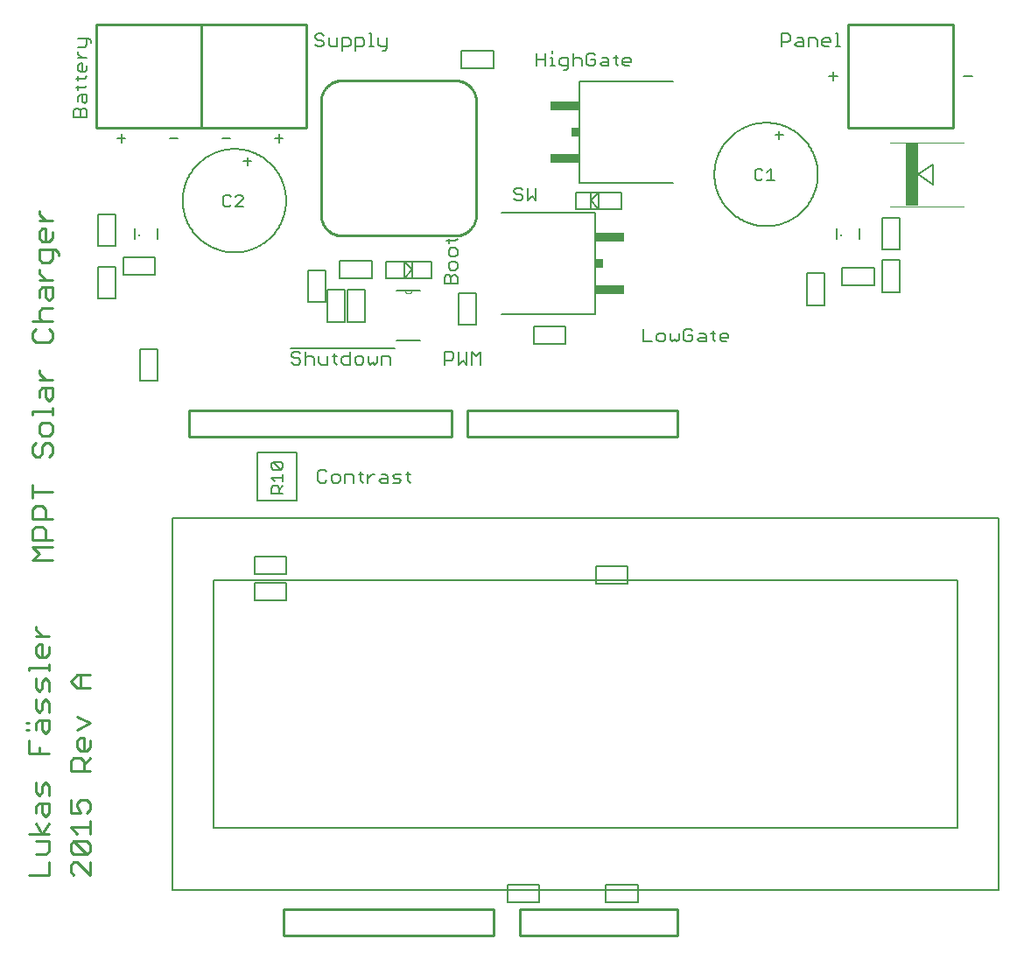
<source format=gto>
G75*
%MOIN*%
%OFA0B0*%
%FSLAX25Y25*%
%IPPOS*%
%LPD*%
%AMOC8*
5,1,8,0,0,1.08239X$1,22.5*
%
%ADD10C,0.01100*%
%ADD11C,0.00700*%
%ADD12C,0.01000*%
%ADD13C,0.00800*%
%ADD14C,0.00591*%
%ADD15C,0.00600*%
%ADD16R,0.03000X0.03400*%
%ADD17R,0.11023X0.03544*%
%ADD18C,0.01181*%
%ADD19C,0.00000*%
%ADD20C,0.00400*%
%ADD21R,0.04921X0.24409*%
D10*
X0038150Y0030442D02*
X0045656Y0030442D01*
X0045656Y0035447D01*
X0044405Y0038361D02*
X0045656Y0039612D01*
X0045656Y0043365D01*
X0040652Y0043365D01*
X0043154Y0046280D02*
X0040652Y0050033D01*
X0040652Y0054130D02*
X0040652Y0056632D01*
X0041903Y0057883D01*
X0045656Y0057883D01*
X0045656Y0054130D01*
X0044405Y0052879D01*
X0043154Y0054130D01*
X0043154Y0057883D01*
X0041903Y0060798D02*
X0040652Y0062049D01*
X0040652Y0065802D01*
X0043154Y0064551D02*
X0043154Y0062049D01*
X0041903Y0060798D01*
X0045656Y0060798D02*
X0045656Y0064551D01*
X0044405Y0065802D01*
X0043154Y0064551D01*
X0053898Y0059203D02*
X0053898Y0054199D01*
X0057651Y0054199D01*
X0056400Y0056701D01*
X0056400Y0057952D01*
X0057651Y0059203D01*
X0060153Y0059203D01*
X0061404Y0057952D01*
X0061404Y0055450D01*
X0060153Y0054199D01*
X0061404Y0051284D02*
X0061404Y0046280D01*
X0061404Y0048782D02*
X0053898Y0048782D01*
X0056400Y0046280D01*
X0055149Y0043365D02*
X0060153Y0038361D01*
X0061404Y0039612D01*
X0061404Y0042114D01*
X0060153Y0043365D01*
X0055149Y0043365D01*
X0053898Y0042114D01*
X0053898Y0039612D01*
X0055149Y0038361D01*
X0060153Y0038361D01*
X0061404Y0035447D02*
X0061404Y0030442D01*
X0056400Y0035447D01*
X0055149Y0035447D01*
X0053898Y0034196D01*
X0053898Y0031693D01*
X0055149Y0030442D01*
X0044405Y0038361D02*
X0040652Y0038361D01*
X0043154Y0046280D02*
X0045656Y0050033D01*
X0045656Y0046280D02*
X0038150Y0046280D01*
X0053898Y0070036D02*
X0053898Y0073789D01*
X0055149Y0075040D01*
X0057651Y0075040D01*
X0058902Y0073789D01*
X0058902Y0070036D01*
X0061404Y0070036D02*
X0053898Y0070036D01*
X0058902Y0072538D02*
X0061404Y0075040D01*
X0060153Y0077955D02*
X0057651Y0077955D01*
X0056400Y0079206D01*
X0056400Y0081708D01*
X0057651Y0082959D01*
X0058902Y0082959D01*
X0058902Y0077955D01*
X0060153Y0077955D02*
X0061404Y0079206D01*
X0061404Y0081708D01*
X0056400Y0085874D02*
X0061404Y0088376D01*
X0056400Y0090878D01*
X0045656Y0089558D02*
X0045656Y0085805D01*
X0044405Y0084554D01*
X0043154Y0085805D01*
X0043154Y0089558D01*
X0041903Y0089558D02*
X0045656Y0089558D01*
X0045656Y0092473D02*
X0045656Y0096226D01*
X0044405Y0097477D01*
X0043154Y0096226D01*
X0043154Y0093724D01*
X0041903Y0092473D01*
X0040652Y0093724D01*
X0040652Y0097477D01*
X0041903Y0100391D02*
X0040652Y0101643D01*
X0040652Y0105396D01*
X0043154Y0104145D02*
X0043154Y0101643D01*
X0041903Y0100391D01*
X0045656Y0100391D02*
X0045656Y0104145D01*
X0044405Y0105396D01*
X0043154Y0104145D01*
X0045656Y0108310D02*
X0045656Y0110812D01*
X0045656Y0109561D02*
X0038150Y0109561D01*
X0038150Y0108310D01*
X0041903Y0113589D02*
X0040652Y0114840D01*
X0040652Y0117343D01*
X0041903Y0118594D01*
X0043154Y0118594D01*
X0043154Y0113589D01*
X0044405Y0113589D02*
X0041903Y0113589D01*
X0044405Y0113589D02*
X0045656Y0114840D01*
X0045656Y0117343D01*
X0045656Y0121508D02*
X0040652Y0121508D01*
X0043154Y0121508D02*
X0040652Y0124010D01*
X0040652Y0125261D01*
X0056400Y0106716D02*
X0061404Y0106716D01*
X0057651Y0106716D02*
X0057651Y0101711D01*
X0056400Y0101711D02*
X0053898Y0104213D01*
X0056400Y0106716D01*
X0056400Y0101711D02*
X0061404Y0101711D01*
X0041903Y0089558D02*
X0040652Y0088307D01*
X0040652Y0085805D01*
X0038150Y0085805D02*
X0036899Y0085805D01*
X0036899Y0088307D02*
X0038150Y0088307D01*
X0038150Y0081639D02*
X0038150Y0076635D01*
X0045656Y0076635D01*
X0041903Y0076635D02*
X0041903Y0079137D01*
X0039400Y0150364D02*
X0041902Y0152866D01*
X0039400Y0155368D01*
X0046906Y0155368D01*
X0046906Y0158282D02*
X0039400Y0158282D01*
X0039400Y0162036D01*
X0040651Y0163287D01*
X0043153Y0163287D01*
X0044404Y0162036D01*
X0044404Y0158282D01*
X0044404Y0166201D02*
X0044404Y0169954D01*
X0043153Y0171205D01*
X0040651Y0171205D01*
X0039400Y0169954D01*
X0039400Y0166201D01*
X0046906Y0166201D01*
X0039400Y0174120D02*
X0039400Y0179124D01*
X0039400Y0176622D02*
X0046906Y0176622D01*
X0045655Y0189957D02*
X0046906Y0191209D01*
X0046906Y0193711D01*
X0045655Y0194962D01*
X0044404Y0194962D01*
X0043153Y0193711D01*
X0043153Y0191209D01*
X0041902Y0189957D01*
X0040651Y0189957D01*
X0039400Y0191209D01*
X0039400Y0193711D01*
X0040651Y0194962D01*
X0043153Y0197876D02*
X0041902Y0199127D01*
X0041902Y0201629D01*
X0043153Y0202880D01*
X0045655Y0202880D01*
X0046906Y0201629D01*
X0046906Y0199127D01*
X0045655Y0197876D01*
X0043153Y0197876D01*
X0046906Y0205795D02*
X0046906Y0208297D01*
X0046906Y0207046D02*
X0039400Y0207046D01*
X0039400Y0205795D01*
X0041902Y0212325D02*
X0041902Y0214827D01*
X0043153Y0216078D01*
X0046906Y0216078D01*
X0046906Y0212325D01*
X0045655Y0211074D01*
X0044404Y0212325D01*
X0044404Y0216078D01*
X0044404Y0218993D02*
X0041902Y0221495D01*
X0041902Y0222746D01*
X0041902Y0218993D02*
X0046906Y0218993D01*
X0045655Y0233511D02*
X0040651Y0233511D01*
X0039400Y0234762D01*
X0039400Y0237264D01*
X0040651Y0238515D01*
X0039400Y0241429D02*
X0046906Y0241429D01*
X0045655Y0238515D02*
X0046906Y0237264D01*
X0046906Y0234762D01*
X0045655Y0233511D01*
X0043153Y0241429D02*
X0041902Y0242680D01*
X0041902Y0245183D01*
X0043153Y0246434D01*
X0046906Y0246434D01*
X0045655Y0249348D02*
X0044404Y0250599D01*
X0044404Y0254352D01*
X0043153Y0254352D02*
X0046906Y0254352D01*
X0046906Y0250599D01*
X0045655Y0249348D01*
X0041902Y0250599D02*
X0041902Y0253101D01*
X0043153Y0254352D01*
X0044404Y0257267D02*
X0041902Y0259769D01*
X0041902Y0261020D01*
X0043153Y0263866D02*
X0045655Y0263866D01*
X0046906Y0265117D01*
X0046906Y0268870D01*
X0048157Y0268870D02*
X0041902Y0268870D01*
X0041902Y0265117D01*
X0043153Y0263866D01*
X0049408Y0266368D02*
X0049408Y0267619D01*
X0048157Y0268870D01*
X0045655Y0271785D02*
X0043153Y0271785D01*
X0041902Y0273036D01*
X0041902Y0275538D01*
X0043153Y0276789D01*
X0044404Y0276789D01*
X0044404Y0271785D01*
X0045655Y0271785D02*
X0046906Y0273036D01*
X0046906Y0275538D01*
X0046906Y0279703D02*
X0041902Y0279703D01*
X0044404Y0279703D02*
X0041902Y0282206D01*
X0041902Y0283457D01*
X0041902Y0257267D02*
X0046906Y0257267D01*
X0046906Y0150364D02*
X0039400Y0150364D01*
D11*
X0138179Y0225701D02*
X0138996Y0224883D01*
X0140631Y0224883D01*
X0141448Y0225701D01*
X0141448Y0226518D01*
X0140631Y0227335D01*
X0138996Y0227335D01*
X0138179Y0228153D01*
X0138179Y0228970D01*
X0138996Y0229788D01*
X0140631Y0229788D01*
X0141448Y0228970D01*
X0143335Y0229788D02*
X0143335Y0224883D01*
X0143335Y0227335D02*
X0144153Y0228153D01*
X0145787Y0228153D01*
X0146605Y0227335D01*
X0146605Y0224883D01*
X0148492Y0225701D02*
X0149309Y0224883D01*
X0151761Y0224883D01*
X0151761Y0228153D01*
X0153648Y0228153D02*
X0155283Y0228153D01*
X0154465Y0228970D02*
X0154465Y0225701D01*
X0155283Y0224883D01*
X0157086Y0225701D02*
X0157086Y0227335D01*
X0157903Y0228153D01*
X0160355Y0228153D01*
X0160355Y0229788D02*
X0160355Y0224883D01*
X0157903Y0224883D01*
X0157086Y0225701D01*
X0162242Y0225701D02*
X0163059Y0224883D01*
X0164694Y0224883D01*
X0165512Y0225701D01*
X0165512Y0227335D01*
X0164694Y0228153D01*
X0163059Y0228153D01*
X0162242Y0227335D01*
X0162242Y0225701D01*
X0167399Y0225701D02*
X0168216Y0224883D01*
X0169033Y0225701D01*
X0169851Y0224883D01*
X0170668Y0225701D01*
X0170668Y0228153D01*
X0172555Y0228153D02*
X0175007Y0228153D01*
X0175824Y0227335D01*
X0175824Y0224883D01*
X0172555Y0224883D02*
X0172555Y0228153D01*
X0167399Y0228153D02*
X0167399Y0225701D01*
X0177361Y0231183D02*
X0137829Y0231183D01*
X0148492Y0228153D02*
X0148492Y0225701D01*
X0149035Y0184788D02*
X0148218Y0183970D01*
X0148218Y0180701D01*
X0149035Y0179883D01*
X0150670Y0179883D01*
X0151487Y0180701D01*
X0153374Y0180701D02*
X0154192Y0179883D01*
X0155827Y0179883D01*
X0156644Y0180701D01*
X0156644Y0182335D01*
X0155827Y0183153D01*
X0154192Y0183153D01*
X0153374Y0182335D01*
X0153374Y0180701D01*
X0151487Y0183970D02*
X0150670Y0184788D01*
X0149035Y0184788D01*
X0158531Y0183153D02*
X0158531Y0179883D01*
X0161800Y0179883D02*
X0161800Y0182335D01*
X0160983Y0183153D01*
X0158531Y0183153D01*
X0163687Y0183153D02*
X0165322Y0183153D01*
X0164505Y0183970D02*
X0164505Y0180701D01*
X0165322Y0179883D01*
X0167125Y0179883D02*
X0167125Y0183153D01*
X0168760Y0183153D02*
X0169577Y0183153D01*
X0168760Y0183153D02*
X0167125Y0181518D01*
X0171422Y0180701D02*
X0172239Y0181518D01*
X0174691Y0181518D01*
X0174691Y0182335D02*
X0174691Y0179883D01*
X0172239Y0179883D01*
X0171422Y0180701D01*
X0172239Y0183153D02*
X0173874Y0183153D01*
X0174691Y0182335D01*
X0176578Y0182335D02*
X0177396Y0183153D01*
X0179848Y0183153D01*
X0179030Y0181518D02*
X0177396Y0181518D01*
X0176578Y0182335D01*
X0176578Y0179883D02*
X0179030Y0179883D01*
X0179848Y0180701D01*
X0179030Y0181518D01*
X0181735Y0183153D02*
X0183369Y0183153D01*
X0182552Y0183970D02*
X0182552Y0180701D01*
X0183369Y0179883D01*
X0196461Y0224883D02*
X0196461Y0229788D01*
X0198913Y0229788D01*
X0199730Y0228970D01*
X0199730Y0227335D01*
X0198913Y0226518D01*
X0196461Y0226518D01*
X0201617Y0224883D02*
X0203252Y0226518D01*
X0204886Y0224883D01*
X0204886Y0229788D01*
X0206773Y0229788D02*
X0208408Y0228153D01*
X0210043Y0229788D01*
X0210043Y0224883D01*
X0206773Y0224883D02*
X0206773Y0229788D01*
X0201617Y0229788D02*
X0201617Y0224883D01*
X0201295Y0255730D02*
X0196391Y0255730D01*
X0196391Y0258182D01*
X0197208Y0258999D01*
X0198026Y0258999D01*
X0198843Y0258182D01*
X0198843Y0255730D01*
X0198843Y0258182D02*
X0199660Y0258999D01*
X0200478Y0258999D01*
X0201295Y0258182D01*
X0201295Y0255730D01*
X0200478Y0260886D02*
X0201295Y0261704D01*
X0201295Y0263338D01*
X0200478Y0264156D01*
X0198843Y0264156D01*
X0198026Y0263338D01*
X0198026Y0261704D01*
X0198843Y0260886D01*
X0200478Y0260886D01*
X0200478Y0266043D02*
X0201295Y0266860D01*
X0201295Y0268495D01*
X0200478Y0269312D01*
X0198843Y0269312D01*
X0198026Y0268495D01*
X0198026Y0266860D01*
X0198843Y0266043D01*
X0200478Y0266043D01*
X0198026Y0271199D02*
X0198026Y0272834D01*
X0197208Y0272016D02*
X0200478Y0272016D01*
X0201295Y0272834D01*
X0222789Y0288201D02*
X0223606Y0287383D01*
X0225241Y0287383D01*
X0226058Y0288201D01*
X0226058Y0289018D01*
X0225241Y0289835D01*
X0223606Y0289835D01*
X0222789Y0290653D01*
X0222789Y0291470D01*
X0223606Y0292288D01*
X0225241Y0292288D01*
X0226058Y0291470D01*
X0227945Y0292288D02*
X0227945Y0287383D01*
X0229580Y0289018D01*
X0231215Y0287383D01*
X0231215Y0292288D01*
X0241767Y0336999D02*
X0242584Y0336999D01*
X0243402Y0337816D01*
X0243402Y0341903D01*
X0240950Y0341903D01*
X0240132Y0341085D01*
X0240132Y0339451D01*
X0240950Y0338633D01*
X0243402Y0338633D01*
X0245289Y0338633D02*
X0245289Y0343538D01*
X0246106Y0341903D02*
X0247741Y0341903D01*
X0248558Y0341085D01*
X0248558Y0338633D01*
X0250445Y0339451D02*
X0251262Y0338633D01*
X0252897Y0338633D01*
X0253715Y0339451D01*
X0253715Y0341085D01*
X0252080Y0341085D01*
X0250445Y0339451D02*
X0250445Y0342720D01*
X0251262Y0343538D01*
X0252897Y0343538D01*
X0253715Y0342720D01*
X0256419Y0341903D02*
X0258054Y0341903D01*
X0258871Y0341085D01*
X0258871Y0338633D01*
X0256419Y0338633D01*
X0255602Y0339451D01*
X0256419Y0340268D01*
X0258871Y0340268D01*
X0260758Y0341903D02*
X0262393Y0341903D01*
X0261575Y0342720D02*
X0261575Y0339451D01*
X0262393Y0338633D01*
X0264196Y0339451D02*
X0264196Y0341085D01*
X0265013Y0341903D01*
X0266648Y0341903D01*
X0267465Y0341085D01*
X0267465Y0340268D01*
X0264196Y0340268D01*
X0264196Y0339451D02*
X0265013Y0338633D01*
X0266648Y0338633D01*
X0246106Y0341903D02*
X0245289Y0341085D01*
X0238329Y0338633D02*
X0236695Y0338633D01*
X0237512Y0338633D02*
X0237512Y0341903D01*
X0236695Y0341903D01*
X0237512Y0343538D02*
X0237512Y0344355D01*
X0234808Y0343538D02*
X0234808Y0338633D01*
X0234808Y0341085D02*
X0231538Y0341085D01*
X0231538Y0338633D02*
X0231538Y0343538D01*
X0174418Y0345316D02*
X0173601Y0344499D01*
X0172783Y0344499D01*
X0171966Y0346133D02*
X0174418Y0346133D01*
X0174418Y0345316D02*
X0174418Y0349403D01*
X0171149Y0349403D02*
X0171149Y0346951D01*
X0171966Y0346133D01*
X0169346Y0346133D02*
X0167711Y0346133D01*
X0168528Y0346133D02*
X0168528Y0351038D01*
X0167711Y0351038D01*
X0165824Y0348585D02*
X0165007Y0349403D01*
X0162555Y0349403D01*
X0162555Y0344499D01*
X0162555Y0346133D02*
X0165007Y0346133D01*
X0165824Y0346951D01*
X0165824Y0348585D01*
X0160668Y0348585D02*
X0160668Y0346951D01*
X0159850Y0346133D01*
X0157398Y0346133D01*
X0157398Y0344499D02*
X0157398Y0349403D01*
X0159850Y0349403D01*
X0160668Y0348585D01*
X0155511Y0349403D02*
X0155511Y0346133D01*
X0153059Y0346133D01*
X0152242Y0346951D01*
X0152242Y0349403D01*
X0150355Y0350220D02*
X0149537Y0351038D01*
X0147903Y0351038D01*
X0147085Y0350220D01*
X0147085Y0349403D01*
X0147903Y0348585D01*
X0149537Y0348585D01*
X0150355Y0347768D01*
X0150355Y0346951D01*
X0149537Y0346133D01*
X0147903Y0346133D01*
X0147085Y0346951D01*
X0133252Y0312720D02*
X0133252Y0309451D01*
X0134886Y0311085D02*
X0131617Y0311085D01*
X0114886Y0311085D02*
X0111617Y0311085D01*
X0094886Y0311085D02*
X0091617Y0311085D01*
X0074886Y0311085D02*
X0071617Y0311085D01*
X0073252Y0309451D02*
X0073252Y0312720D01*
X0060045Y0319284D02*
X0060045Y0321737D01*
X0059228Y0322554D01*
X0058410Y0322554D01*
X0057593Y0321737D01*
X0057593Y0319284D01*
X0055141Y0319284D02*
X0055141Y0321737D01*
X0055958Y0322554D01*
X0056776Y0322554D01*
X0057593Y0321737D01*
X0059228Y0324441D02*
X0058410Y0325258D01*
X0058410Y0327710D01*
X0057593Y0327710D02*
X0060045Y0327710D01*
X0060045Y0325258D01*
X0059228Y0324441D01*
X0056776Y0325258D02*
X0056776Y0326893D01*
X0057593Y0327710D01*
X0056776Y0329597D02*
X0056776Y0331232D01*
X0055958Y0330415D02*
X0059228Y0330415D01*
X0060045Y0331232D01*
X0059228Y0333852D02*
X0055958Y0333852D01*
X0056776Y0333035D02*
X0056776Y0334670D01*
X0057593Y0336472D02*
X0056776Y0337290D01*
X0056776Y0338924D01*
X0057593Y0339742D01*
X0058410Y0339742D01*
X0058410Y0336472D01*
X0057593Y0336472D02*
X0059228Y0336472D01*
X0060045Y0337290D01*
X0060045Y0338924D01*
X0060045Y0341629D02*
X0056776Y0341629D01*
X0058410Y0341629D02*
X0056776Y0343264D01*
X0056776Y0344081D01*
X0056776Y0345926D02*
X0059228Y0345926D01*
X0060045Y0346743D01*
X0060045Y0349195D01*
X0060862Y0349195D02*
X0061680Y0348378D01*
X0061680Y0347561D01*
X0060862Y0349195D02*
X0056776Y0349195D01*
X0060045Y0334670D02*
X0059228Y0333852D01*
X0060045Y0319284D02*
X0055141Y0319284D01*
X0112091Y0288770D02*
X0112091Y0285901D01*
X0112808Y0285183D01*
X0114243Y0285183D01*
X0114960Y0285901D01*
X0116695Y0285183D02*
X0119564Y0288052D01*
X0119564Y0288770D01*
X0118847Y0289487D01*
X0117412Y0289487D01*
X0116695Y0288770D01*
X0114960Y0288770D02*
X0114243Y0289487D01*
X0112808Y0289487D01*
X0112091Y0288770D01*
X0116695Y0285183D02*
X0119564Y0285183D01*
X0272007Y0238538D02*
X0272007Y0233633D01*
X0275277Y0233633D01*
X0277164Y0234451D02*
X0277981Y0233633D01*
X0279616Y0233633D01*
X0280433Y0234451D01*
X0280433Y0236085D01*
X0279616Y0236903D01*
X0277981Y0236903D01*
X0277164Y0236085D01*
X0277164Y0234451D01*
X0282320Y0234451D02*
X0282320Y0236903D01*
X0282320Y0234451D02*
X0283137Y0233633D01*
X0283955Y0234451D01*
X0284772Y0233633D01*
X0285589Y0234451D01*
X0285589Y0236903D01*
X0287476Y0237720D02*
X0287476Y0234451D01*
X0288294Y0233633D01*
X0289928Y0233633D01*
X0290746Y0234451D01*
X0290746Y0236085D01*
X0289111Y0236085D01*
X0287476Y0237720D02*
X0288294Y0238538D01*
X0289928Y0238538D01*
X0290746Y0237720D01*
X0293450Y0236903D02*
X0295085Y0236903D01*
X0295902Y0236085D01*
X0295902Y0233633D01*
X0293450Y0233633D01*
X0292633Y0234451D01*
X0293450Y0235268D01*
X0295902Y0235268D01*
X0297789Y0236903D02*
X0299424Y0236903D01*
X0298606Y0237720D02*
X0298606Y0234451D01*
X0299424Y0233633D01*
X0301227Y0234451D02*
X0301227Y0236085D01*
X0302044Y0236903D01*
X0303679Y0236903D01*
X0304496Y0236085D01*
X0304496Y0235268D01*
X0301227Y0235268D01*
X0301227Y0234451D02*
X0302044Y0233633D01*
X0303679Y0233633D01*
X0315308Y0295183D02*
X0316743Y0295183D01*
X0317460Y0295901D01*
X0319195Y0295183D02*
X0322064Y0295183D01*
X0320630Y0295183D02*
X0320630Y0299487D01*
X0319195Y0298052D01*
X0317460Y0298770D02*
X0316743Y0299487D01*
X0315308Y0299487D01*
X0314591Y0298770D01*
X0314591Y0295901D01*
X0315308Y0295183D01*
X0344502Y0333201D02*
X0344502Y0336470D01*
X0346136Y0334835D02*
X0342867Y0334835D01*
X0342585Y0346133D02*
X0340950Y0346133D01*
X0340133Y0346951D01*
X0340133Y0348585D01*
X0340950Y0349403D01*
X0342585Y0349403D01*
X0343402Y0348585D01*
X0343402Y0347768D01*
X0340133Y0347768D01*
X0338246Y0348585D02*
X0338246Y0346133D01*
X0338246Y0348585D02*
X0337428Y0349403D01*
X0334976Y0349403D01*
X0334976Y0346133D01*
X0333089Y0346133D02*
X0330637Y0346133D01*
X0329820Y0346951D01*
X0330637Y0347768D01*
X0333089Y0347768D01*
X0333089Y0348585D02*
X0333089Y0346133D01*
X0333089Y0348585D02*
X0332272Y0349403D01*
X0330637Y0349403D01*
X0327933Y0350220D02*
X0327933Y0348585D01*
X0327116Y0347768D01*
X0324664Y0347768D01*
X0324664Y0346133D02*
X0324664Y0351038D01*
X0327116Y0351038D01*
X0327933Y0350220D01*
X0345289Y0351038D02*
X0346106Y0351038D01*
X0346106Y0346133D01*
X0345289Y0346133D02*
X0346924Y0346133D01*
X0394117Y0334835D02*
X0397386Y0334835D01*
D12*
X0390095Y0354518D02*
X0390095Y0315148D01*
X0350095Y0315148D01*
X0350095Y0354518D01*
X0390095Y0354518D01*
X0285095Y0207333D02*
X0285095Y0197333D01*
X0205095Y0197333D01*
X0205095Y0207333D01*
X0285095Y0207333D01*
X0208373Y0281930D02*
X0208373Y0325237D01*
X0208371Y0325427D01*
X0208364Y0325617D01*
X0208352Y0325807D01*
X0208336Y0325997D01*
X0208316Y0326186D01*
X0208290Y0326375D01*
X0208261Y0326563D01*
X0208226Y0326750D01*
X0208187Y0326936D01*
X0208144Y0327121D01*
X0208096Y0327306D01*
X0208044Y0327489D01*
X0207988Y0327670D01*
X0207927Y0327850D01*
X0207861Y0328029D01*
X0207792Y0328206D01*
X0207718Y0328382D01*
X0207640Y0328555D01*
X0207557Y0328727D01*
X0207471Y0328896D01*
X0207381Y0329064D01*
X0207286Y0329229D01*
X0207188Y0329392D01*
X0207085Y0329552D01*
X0206979Y0329710D01*
X0206869Y0329865D01*
X0206756Y0330018D01*
X0206638Y0330168D01*
X0206517Y0330314D01*
X0206393Y0330458D01*
X0206265Y0330599D01*
X0206134Y0330737D01*
X0205999Y0330872D01*
X0205861Y0331003D01*
X0205720Y0331131D01*
X0205576Y0331255D01*
X0205430Y0331376D01*
X0205280Y0331494D01*
X0205127Y0331607D01*
X0204972Y0331717D01*
X0204814Y0331823D01*
X0204654Y0331926D01*
X0204491Y0332024D01*
X0204326Y0332119D01*
X0204158Y0332209D01*
X0203989Y0332295D01*
X0203817Y0332378D01*
X0203644Y0332456D01*
X0203468Y0332530D01*
X0203291Y0332599D01*
X0203112Y0332665D01*
X0202932Y0332726D01*
X0202751Y0332782D01*
X0202568Y0332834D01*
X0202383Y0332882D01*
X0202198Y0332925D01*
X0202012Y0332964D01*
X0201825Y0332999D01*
X0201637Y0333028D01*
X0201448Y0333054D01*
X0201259Y0333074D01*
X0201069Y0333090D01*
X0200879Y0333102D01*
X0200689Y0333109D01*
X0200499Y0333111D01*
X0157192Y0333111D01*
X0157002Y0333109D01*
X0156812Y0333102D01*
X0156622Y0333090D01*
X0156432Y0333074D01*
X0156243Y0333054D01*
X0156054Y0333028D01*
X0155866Y0332999D01*
X0155679Y0332964D01*
X0155493Y0332925D01*
X0155308Y0332882D01*
X0155123Y0332834D01*
X0154940Y0332782D01*
X0154759Y0332726D01*
X0154579Y0332665D01*
X0154400Y0332599D01*
X0154223Y0332530D01*
X0154047Y0332456D01*
X0153874Y0332378D01*
X0153702Y0332295D01*
X0153533Y0332209D01*
X0153365Y0332119D01*
X0153200Y0332024D01*
X0153037Y0331926D01*
X0152877Y0331823D01*
X0152719Y0331717D01*
X0152564Y0331607D01*
X0152411Y0331494D01*
X0152261Y0331376D01*
X0152115Y0331255D01*
X0151971Y0331131D01*
X0151830Y0331003D01*
X0151692Y0330872D01*
X0151557Y0330737D01*
X0151426Y0330599D01*
X0151298Y0330458D01*
X0151174Y0330314D01*
X0151053Y0330168D01*
X0150935Y0330018D01*
X0150822Y0329865D01*
X0150712Y0329710D01*
X0150606Y0329552D01*
X0150503Y0329392D01*
X0150405Y0329229D01*
X0150310Y0329064D01*
X0150220Y0328896D01*
X0150134Y0328727D01*
X0150051Y0328555D01*
X0149973Y0328382D01*
X0149899Y0328206D01*
X0149830Y0328029D01*
X0149764Y0327850D01*
X0149703Y0327670D01*
X0149647Y0327489D01*
X0149595Y0327306D01*
X0149547Y0327121D01*
X0149504Y0326936D01*
X0149465Y0326750D01*
X0149430Y0326563D01*
X0149401Y0326375D01*
X0149375Y0326186D01*
X0149355Y0325997D01*
X0149339Y0325807D01*
X0149327Y0325617D01*
X0149320Y0325427D01*
X0149318Y0325237D01*
X0149318Y0281930D01*
X0149320Y0281740D01*
X0149327Y0281550D01*
X0149339Y0281360D01*
X0149355Y0281170D01*
X0149375Y0280981D01*
X0149401Y0280792D01*
X0149430Y0280604D01*
X0149465Y0280417D01*
X0149504Y0280231D01*
X0149547Y0280046D01*
X0149595Y0279861D01*
X0149647Y0279678D01*
X0149703Y0279497D01*
X0149764Y0279317D01*
X0149830Y0279138D01*
X0149899Y0278961D01*
X0149973Y0278785D01*
X0150051Y0278612D01*
X0150134Y0278440D01*
X0150220Y0278271D01*
X0150310Y0278103D01*
X0150405Y0277938D01*
X0150503Y0277775D01*
X0150606Y0277615D01*
X0150712Y0277457D01*
X0150822Y0277302D01*
X0150935Y0277149D01*
X0151053Y0276999D01*
X0151174Y0276853D01*
X0151298Y0276709D01*
X0151426Y0276568D01*
X0151557Y0276430D01*
X0151692Y0276295D01*
X0151830Y0276164D01*
X0151971Y0276036D01*
X0152115Y0275912D01*
X0152261Y0275791D01*
X0152411Y0275673D01*
X0152564Y0275560D01*
X0152719Y0275450D01*
X0152877Y0275344D01*
X0153037Y0275241D01*
X0153200Y0275143D01*
X0153365Y0275048D01*
X0153533Y0274958D01*
X0153702Y0274872D01*
X0153874Y0274789D01*
X0154047Y0274711D01*
X0154223Y0274637D01*
X0154400Y0274568D01*
X0154579Y0274502D01*
X0154759Y0274441D01*
X0154940Y0274385D01*
X0155123Y0274333D01*
X0155308Y0274285D01*
X0155493Y0274242D01*
X0155679Y0274203D01*
X0155866Y0274168D01*
X0156054Y0274139D01*
X0156243Y0274113D01*
X0156432Y0274093D01*
X0156622Y0274077D01*
X0156812Y0274065D01*
X0157002Y0274058D01*
X0157192Y0274056D01*
X0200499Y0274056D01*
X0200689Y0274058D01*
X0200879Y0274065D01*
X0201069Y0274077D01*
X0201259Y0274093D01*
X0201448Y0274113D01*
X0201637Y0274139D01*
X0201825Y0274168D01*
X0202012Y0274203D01*
X0202198Y0274242D01*
X0202383Y0274285D01*
X0202568Y0274333D01*
X0202751Y0274385D01*
X0202932Y0274441D01*
X0203112Y0274502D01*
X0203291Y0274568D01*
X0203468Y0274637D01*
X0203644Y0274711D01*
X0203817Y0274789D01*
X0203989Y0274872D01*
X0204158Y0274958D01*
X0204326Y0275048D01*
X0204491Y0275143D01*
X0204654Y0275241D01*
X0204814Y0275344D01*
X0204972Y0275450D01*
X0205127Y0275560D01*
X0205280Y0275673D01*
X0205430Y0275791D01*
X0205576Y0275912D01*
X0205720Y0276036D01*
X0205861Y0276164D01*
X0205999Y0276295D01*
X0206134Y0276430D01*
X0206265Y0276568D01*
X0206393Y0276709D01*
X0206517Y0276853D01*
X0206638Y0276999D01*
X0206756Y0277149D01*
X0206869Y0277302D01*
X0206979Y0277457D01*
X0207085Y0277615D01*
X0207188Y0277775D01*
X0207286Y0277938D01*
X0207381Y0278103D01*
X0207471Y0278271D01*
X0207557Y0278440D01*
X0207640Y0278612D01*
X0207718Y0278785D01*
X0207792Y0278961D01*
X0207861Y0279138D01*
X0207927Y0279317D01*
X0207988Y0279497D01*
X0208044Y0279678D01*
X0208096Y0279861D01*
X0208144Y0280046D01*
X0208187Y0280231D01*
X0208226Y0280417D01*
X0208261Y0280604D01*
X0208290Y0280792D01*
X0208316Y0280981D01*
X0208336Y0281170D01*
X0208352Y0281360D01*
X0208364Y0281550D01*
X0208371Y0281740D01*
X0208373Y0281930D01*
X0143845Y0315148D02*
X0143845Y0354518D01*
X0103845Y0354518D01*
X0103845Y0315148D01*
X0143845Y0315148D01*
X0103845Y0315148D02*
X0063845Y0315148D01*
X0063845Y0354518D01*
X0103845Y0354518D01*
X0103845Y0315148D01*
X0099095Y0207333D02*
X0099095Y0197333D01*
X0199095Y0197333D01*
X0199095Y0207333D01*
X0099095Y0207333D01*
X0135095Y0017333D02*
X0135095Y0007333D01*
X0215095Y0007333D01*
X0215095Y0017333D01*
X0135095Y0017333D01*
X0225095Y0017333D02*
X0225095Y0007333D01*
X0285095Y0007333D01*
X0285095Y0017333D01*
X0225095Y0017333D01*
D13*
X0108343Y0048455D02*
X0108343Y0142944D01*
X0391808Y0142944D01*
X0391808Y0048455D01*
X0108343Y0048455D01*
X0092595Y0024833D02*
X0092595Y0166566D01*
X0407556Y0166566D01*
X0407556Y0024833D01*
X0092595Y0024833D01*
X0218136Y0244225D02*
X0253585Y0244225D01*
X0253585Y0282942D01*
X0218136Y0282942D01*
X0247855Y0294225D02*
X0247855Y0332942D01*
X0283304Y0332942D01*
X0283304Y0294225D02*
X0247855Y0294225D01*
X0345764Y0276802D02*
X0345764Y0272865D01*
X0354426Y0272865D02*
X0354426Y0276802D01*
X0376827Y0297333D02*
X0382233Y0293396D01*
X0382233Y0301270D01*
X0376827Y0297333D01*
X0086926Y0276802D02*
X0086926Y0272865D01*
X0078264Y0272865D02*
X0078264Y0276802D01*
D14*
X0070942Y0282186D02*
X0070942Y0269981D01*
X0064249Y0269981D01*
X0064249Y0282186D01*
X0070942Y0282186D01*
X0073993Y0265680D02*
X0073993Y0258987D01*
X0086198Y0258987D01*
X0086198Y0265680D01*
X0073993Y0265680D01*
X0070942Y0262186D02*
X0064249Y0262186D01*
X0064249Y0249981D01*
X0070942Y0249981D01*
X0070942Y0262186D01*
X0080499Y0230936D02*
X0080499Y0218731D01*
X0087192Y0218731D01*
X0087192Y0230936D01*
X0080499Y0230936D01*
X0125115Y0191388D02*
X0140075Y0191388D01*
X0140075Y0173278D01*
X0125115Y0173278D01*
X0125115Y0191388D01*
X0123993Y0151930D02*
X0123993Y0145237D01*
X0136198Y0145237D01*
X0136198Y0151930D01*
X0123993Y0151930D01*
X0123993Y0141930D02*
X0123993Y0135237D01*
X0136198Y0135237D01*
X0136198Y0141930D01*
X0123993Y0141930D01*
X0201749Y0239981D02*
X0208442Y0239981D01*
X0208442Y0252186D01*
X0201749Y0252186D01*
X0201749Y0239981D01*
X0191257Y0257934D02*
X0184170Y0257934D01*
X0184170Y0261083D01*
X0181020Y0257934D01*
X0181020Y0264233D01*
X0184170Y0261083D01*
X0184170Y0264233D01*
X0191257Y0264233D01*
X0191257Y0257934D01*
X0184170Y0257934D02*
X0181020Y0257934D01*
X0173934Y0257934D01*
X0173934Y0264233D01*
X0181020Y0264233D01*
X0184170Y0264233D01*
X0168698Y0264430D02*
X0168698Y0257737D01*
X0156493Y0257737D01*
X0156493Y0264430D01*
X0168698Y0264430D01*
X0165942Y0253436D02*
X0159249Y0253436D01*
X0159249Y0241231D01*
X0165942Y0241231D01*
X0165942Y0253436D01*
X0158442Y0253436D02*
X0151749Y0253436D01*
X0151749Y0241231D01*
X0158442Y0241231D01*
X0158442Y0253436D01*
X0150942Y0248731D02*
X0150942Y0260936D01*
X0144249Y0260936D01*
X0144249Y0248731D01*
X0150942Y0248731D01*
X0096660Y0287333D02*
X0096666Y0287816D01*
X0096684Y0288299D01*
X0096713Y0288781D01*
X0096755Y0289262D01*
X0096808Y0289743D01*
X0096873Y0290221D01*
X0096950Y0290698D01*
X0097038Y0291173D01*
X0097138Y0291646D01*
X0097250Y0292116D01*
X0097373Y0292583D01*
X0097508Y0293047D01*
X0097654Y0293508D01*
X0097811Y0293965D01*
X0097979Y0294418D01*
X0098158Y0294866D01*
X0098349Y0295310D01*
X0098550Y0295749D01*
X0098762Y0296184D01*
X0098984Y0296612D01*
X0099217Y0297036D01*
X0099461Y0297453D01*
X0099714Y0297864D01*
X0099978Y0298269D01*
X0100251Y0298668D01*
X0100534Y0299059D01*
X0100826Y0299444D01*
X0101128Y0299821D01*
X0101439Y0300191D01*
X0101759Y0300553D01*
X0102088Y0300907D01*
X0102426Y0301252D01*
X0102771Y0301590D01*
X0103125Y0301919D01*
X0103487Y0302239D01*
X0103857Y0302550D01*
X0104234Y0302852D01*
X0104619Y0303144D01*
X0105010Y0303427D01*
X0105409Y0303700D01*
X0105814Y0303964D01*
X0106225Y0304217D01*
X0106642Y0304461D01*
X0107066Y0304694D01*
X0107494Y0304916D01*
X0107929Y0305128D01*
X0108368Y0305329D01*
X0108812Y0305520D01*
X0109260Y0305699D01*
X0109713Y0305867D01*
X0110170Y0306024D01*
X0110631Y0306170D01*
X0111095Y0306305D01*
X0111562Y0306428D01*
X0112032Y0306540D01*
X0112505Y0306640D01*
X0112980Y0306728D01*
X0113457Y0306805D01*
X0113935Y0306870D01*
X0114416Y0306923D01*
X0114897Y0306965D01*
X0115379Y0306994D01*
X0115862Y0307012D01*
X0116345Y0307018D01*
X0116828Y0307012D01*
X0117311Y0306994D01*
X0117793Y0306965D01*
X0118274Y0306923D01*
X0118755Y0306870D01*
X0119233Y0306805D01*
X0119710Y0306728D01*
X0120185Y0306640D01*
X0120658Y0306540D01*
X0121128Y0306428D01*
X0121595Y0306305D01*
X0122059Y0306170D01*
X0122520Y0306024D01*
X0122977Y0305867D01*
X0123430Y0305699D01*
X0123878Y0305520D01*
X0124322Y0305329D01*
X0124761Y0305128D01*
X0125196Y0304916D01*
X0125624Y0304694D01*
X0126048Y0304461D01*
X0126465Y0304217D01*
X0126876Y0303964D01*
X0127281Y0303700D01*
X0127680Y0303427D01*
X0128071Y0303144D01*
X0128456Y0302852D01*
X0128833Y0302550D01*
X0129203Y0302239D01*
X0129565Y0301919D01*
X0129919Y0301590D01*
X0130264Y0301252D01*
X0130602Y0300907D01*
X0130931Y0300553D01*
X0131251Y0300191D01*
X0131562Y0299821D01*
X0131864Y0299444D01*
X0132156Y0299059D01*
X0132439Y0298668D01*
X0132712Y0298269D01*
X0132976Y0297864D01*
X0133229Y0297453D01*
X0133473Y0297036D01*
X0133706Y0296612D01*
X0133928Y0296184D01*
X0134140Y0295749D01*
X0134341Y0295310D01*
X0134532Y0294866D01*
X0134711Y0294418D01*
X0134879Y0293965D01*
X0135036Y0293508D01*
X0135182Y0293047D01*
X0135317Y0292583D01*
X0135440Y0292116D01*
X0135552Y0291646D01*
X0135652Y0291173D01*
X0135740Y0290698D01*
X0135817Y0290221D01*
X0135882Y0289743D01*
X0135935Y0289262D01*
X0135977Y0288781D01*
X0136006Y0288299D01*
X0136024Y0287816D01*
X0136030Y0287333D01*
X0136024Y0286850D01*
X0136006Y0286367D01*
X0135977Y0285885D01*
X0135935Y0285404D01*
X0135882Y0284923D01*
X0135817Y0284445D01*
X0135740Y0283968D01*
X0135652Y0283493D01*
X0135552Y0283020D01*
X0135440Y0282550D01*
X0135317Y0282083D01*
X0135182Y0281619D01*
X0135036Y0281158D01*
X0134879Y0280701D01*
X0134711Y0280248D01*
X0134532Y0279800D01*
X0134341Y0279356D01*
X0134140Y0278917D01*
X0133928Y0278482D01*
X0133706Y0278054D01*
X0133473Y0277630D01*
X0133229Y0277213D01*
X0132976Y0276802D01*
X0132712Y0276397D01*
X0132439Y0275998D01*
X0132156Y0275607D01*
X0131864Y0275222D01*
X0131562Y0274845D01*
X0131251Y0274475D01*
X0130931Y0274113D01*
X0130602Y0273759D01*
X0130264Y0273414D01*
X0129919Y0273076D01*
X0129565Y0272747D01*
X0129203Y0272427D01*
X0128833Y0272116D01*
X0128456Y0271814D01*
X0128071Y0271522D01*
X0127680Y0271239D01*
X0127281Y0270966D01*
X0126876Y0270702D01*
X0126465Y0270449D01*
X0126048Y0270205D01*
X0125624Y0269972D01*
X0125196Y0269750D01*
X0124761Y0269538D01*
X0124322Y0269337D01*
X0123878Y0269146D01*
X0123430Y0268967D01*
X0122977Y0268799D01*
X0122520Y0268642D01*
X0122059Y0268496D01*
X0121595Y0268361D01*
X0121128Y0268238D01*
X0120658Y0268126D01*
X0120185Y0268026D01*
X0119710Y0267938D01*
X0119233Y0267861D01*
X0118755Y0267796D01*
X0118274Y0267743D01*
X0117793Y0267701D01*
X0117311Y0267672D01*
X0116828Y0267654D01*
X0116345Y0267648D01*
X0115862Y0267654D01*
X0115379Y0267672D01*
X0114897Y0267701D01*
X0114416Y0267743D01*
X0113935Y0267796D01*
X0113457Y0267861D01*
X0112980Y0267938D01*
X0112505Y0268026D01*
X0112032Y0268126D01*
X0111562Y0268238D01*
X0111095Y0268361D01*
X0110631Y0268496D01*
X0110170Y0268642D01*
X0109713Y0268799D01*
X0109260Y0268967D01*
X0108812Y0269146D01*
X0108368Y0269337D01*
X0107929Y0269538D01*
X0107494Y0269750D01*
X0107066Y0269972D01*
X0106642Y0270205D01*
X0106225Y0270449D01*
X0105814Y0270702D01*
X0105409Y0270966D01*
X0105010Y0271239D01*
X0104619Y0271522D01*
X0104234Y0271814D01*
X0103857Y0272116D01*
X0103487Y0272427D01*
X0103125Y0272747D01*
X0102771Y0273076D01*
X0102426Y0273414D01*
X0102088Y0273759D01*
X0101759Y0274113D01*
X0101439Y0274475D01*
X0101128Y0274845D01*
X0100826Y0275222D01*
X0100534Y0275607D01*
X0100251Y0275998D01*
X0099978Y0276397D01*
X0099714Y0276802D01*
X0099461Y0277213D01*
X0099217Y0277630D01*
X0098984Y0278054D01*
X0098762Y0278482D01*
X0098550Y0278917D01*
X0098349Y0279356D01*
X0098158Y0279800D01*
X0097979Y0280248D01*
X0097811Y0280701D01*
X0097654Y0281158D01*
X0097508Y0281619D01*
X0097373Y0282083D01*
X0097250Y0282550D01*
X0097138Y0283020D01*
X0097038Y0283493D01*
X0096950Y0283968D01*
X0096873Y0284445D01*
X0096808Y0284923D01*
X0096755Y0285404D01*
X0096713Y0285885D01*
X0096684Y0286367D01*
X0096666Y0286850D01*
X0096660Y0287333D01*
X0119845Y0302333D02*
X0122845Y0302333D01*
X0121345Y0300833D02*
X0121345Y0303833D01*
X0202743Y0337737D02*
X0214948Y0337737D01*
X0214948Y0344430D01*
X0202743Y0344430D01*
X0202743Y0337737D01*
X0246434Y0290483D02*
X0246434Y0284184D01*
X0251946Y0284184D01*
X0251946Y0287333D01*
X0255095Y0290483D01*
X0255095Y0284184D01*
X0251946Y0287333D01*
X0251946Y0290483D01*
X0255095Y0290483D01*
X0263757Y0290483D01*
X0263757Y0284184D01*
X0255095Y0284184D01*
X0251946Y0284184D01*
X0251946Y0290483D02*
X0246434Y0290483D01*
X0242448Y0239430D02*
X0230243Y0239430D01*
X0230243Y0232737D01*
X0242448Y0232737D01*
X0242448Y0239430D01*
X0299160Y0297333D02*
X0299166Y0297816D01*
X0299184Y0298299D01*
X0299213Y0298781D01*
X0299255Y0299262D01*
X0299308Y0299743D01*
X0299373Y0300221D01*
X0299450Y0300698D01*
X0299538Y0301173D01*
X0299638Y0301646D01*
X0299750Y0302116D01*
X0299873Y0302583D01*
X0300008Y0303047D01*
X0300154Y0303508D01*
X0300311Y0303965D01*
X0300479Y0304418D01*
X0300658Y0304866D01*
X0300849Y0305310D01*
X0301050Y0305749D01*
X0301262Y0306184D01*
X0301484Y0306612D01*
X0301717Y0307036D01*
X0301961Y0307453D01*
X0302214Y0307864D01*
X0302478Y0308269D01*
X0302751Y0308668D01*
X0303034Y0309059D01*
X0303326Y0309444D01*
X0303628Y0309821D01*
X0303939Y0310191D01*
X0304259Y0310553D01*
X0304588Y0310907D01*
X0304926Y0311252D01*
X0305271Y0311590D01*
X0305625Y0311919D01*
X0305987Y0312239D01*
X0306357Y0312550D01*
X0306734Y0312852D01*
X0307119Y0313144D01*
X0307510Y0313427D01*
X0307909Y0313700D01*
X0308314Y0313964D01*
X0308725Y0314217D01*
X0309142Y0314461D01*
X0309566Y0314694D01*
X0309994Y0314916D01*
X0310429Y0315128D01*
X0310868Y0315329D01*
X0311312Y0315520D01*
X0311760Y0315699D01*
X0312213Y0315867D01*
X0312670Y0316024D01*
X0313131Y0316170D01*
X0313595Y0316305D01*
X0314062Y0316428D01*
X0314532Y0316540D01*
X0315005Y0316640D01*
X0315480Y0316728D01*
X0315957Y0316805D01*
X0316435Y0316870D01*
X0316916Y0316923D01*
X0317397Y0316965D01*
X0317879Y0316994D01*
X0318362Y0317012D01*
X0318845Y0317018D01*
X0319328Y0317012D01*
X0319811Y0316994D01*
X0320293Y0316965D01*
X0320774Y0316923D01*
X0321255Y0316870D01*
X0321733Y0316805D01*
X0322210Y0316728D01*
X0322685Y0316640D01*
X0323158Y0316540D01*
X0323628Y0316428D01*
X0324095Y0316305D01*
X0324559Y0316170D01*
X0325020Y0316024D01*
X0325477Y0315867D01*
X0325930Y0315699D01*
X0326378Y0315520D01*
X0326822Y0315329D01*
X0327261Y0315128D01*
X0327696Y0314916D01*
X0328124Y0314694D01*
X0328548Y0314461D01*
X0328965Y0314217D01*
X0329376Y0313964D01*
X0329781Y0313700D01*
X0330180Y0313427D01*
X0330571Y0313144D01*
X0330956Y0312852D01*
X0331333Y0312550D01*
X0331703Y0312239D01*
X0332065Y0311919D01*
X0332419Y0311590D01*
X0332764Y0311252D01*
X0333102Y0310907D01*
X0333431Y0310553D01*
X0333751Y0310191D01*
X0334062Y0309821D01*
X0334364Y0309444D01*
X0334656Y0309059D01*
X0334939Y0308668D01*
X0335212Y0308269D01*
X0335476Y0307864D01*
X0335729Y0307453D01*
X0335973Y0307036D01*
X0336206Y0306612D01*
X0336428Y0306184D01*
X0336640Y0305749D01*
X0336841Y0305310D01*
X0337032Y0304866D01*
X0337211Y0304418D01*
X0337379Y0303965D01*
X0337536Y0303508D01*
X0337682Y0303047D01*
X0337817Y0302583D01*
X0337940Y0302116D01*
X0338052Y0301646D01*
X0338152Y0301173D01*
X0338240Y0300698D01*
X0338317Y0300221D01*
X0338382Y0299743D01*
X0338435Y0299262D01*
X0338477Y0298781D01*
X0338506Y0298299D01*
X0338524Y0297816D01*
X0338530Y0297333D01*
X0338524Y0296850D01*
X0338506Y0296367D01*
X0338477Y0295885D01*
X0338435Y0295404D01*
X0338382Y0294923D01*
X0338317Y0294445D01*
X0338240Y0293968D01*
X0338152Y0293493D01*
X0338052Y0293020D01*
X0337940Y0292550D01*
X0337817Y0292083D01*
X0337682Y0291619D01*
X0337536Y0291158D01*
X0337379Y0290701D01*
X0337211Y0290248D01*
X0337032Y0289800D01*
X0336841Y0289356D01*
X0336640Y0288917D01*
X0336428Y0288482D01*
X0336206Y0288054D01*
X0335973Y0287630D01*
X0335729Y0287213D01*
X0335476Y0286802D01*
X0335212Y0286397D01*
X0334939Y0285998D01*
X0334656Y0285607D01*
X0334364Y0285222D01*
X0334062Y0284845D01*
X0333751Y0284475D01*
X0333431Y0284113D01*
X0333102Y0283759D01*
X0332764Y0283414D01*
X0332419Y0283076D01*
X0332065Y0282747D01*
X0331703Y0282427D01*
X0331333Y0282116D01*
X0330956Y0281814D01*
X0330571Y0281522D01*
X0330180Y0281239D01*
X0329781Y0280966D01*
X0329376Y0280702D01*
X0328965Y0280449D01*
X0328548Y0280205D01*
X0328124Y0279972D01*
X0327696Y0279750D01*
X0327261Y0279538D01*
X0326822Y0279337D01*
X0326378Y0279146D01*
X0325930Y0278967D01*
X0325477Y0278799D01*
X0325020Y0278642D01*
X0324559Y0278496D01*
X0324095Y0278361D01*
X0323628Y0278238D01*
X0323158Y0278126D01*
X0322685Y0278026D01*
X0322210Y0277938D01*
X0321733Y0277861D01*
X0321255Y0277796D01*
X0320774Y0277743D01*
X0320293Y0277701D01*
X0319811Y0277672D01*
X0319328Y0277654D01*
X0318845Y0277648D01*
X0318362Y0277654D01*
X0317879Y0277672D01*
X0317397Y0277701D01*
X0316916Y0277743D01*
X0316435Y0277796D01*
X0315957Y0277861D01*
X0315480Y0277938D01*
X0315005Y0278026D01*
X0314532Y0278126D01*
X0314062Y0278238D01*
X0313595Y0278361D01*
X0313131Y0278496D01*
X0312670Y0278642D01*
X0312213Y0278799D01*
X0311760Y0278967D01*
X0311312Y0279146D01*
X0310868Y0279337D01*
X0310429Y0279538D01*
X0309994Y0279750D01*
X0309566Y0279972D01*
X0309142Y0280205D01*
X0308725Y0280449D01*
X0308314Y0280702D01*
X0307909Y0280966D01*
X0307510Y0281239D01*
X0307119Y0281522D01*
X0306734Y0281814D01*
X0306357Y0282116D01*
X0305987Y0282427D01*
X0305625Y0282747D01*
X0305271Y0283076D01*
X0304926Y0283414D01*
X0304588Y0283759D01*
X0304259Y0284113D01*
X0303939Y0284475D01*
X0303628Y0284845D01*
X0303326Y0285222D01*
X0303034Y0285607D01*
X0302751Y0285998D01*
X0302478Y0286397D01*
X0302214Y0286802D01*
X0301961Y0287213D01*
X0301717Y0287630D01*
X0301484Y0288054D01*
X0301262Y0288482D01*
X0301050Y0288917D01*
X0300849Y0289356D01*
X0300658Y0289800D01*
X0300479Y0290248D01*
X0300311Y0290701D01*
X0300154Y0291158D01*
X0300008Y0291619D01*
X0299873Y0292083D01*
X0299750Y0292550D01*
X0299638Y0293020D01*
X0299538Y0293493D01*
X0299450Y0293968D01*
X0299373Y0294445D01*
X0299308Y0294923D01*
X0299255Y0295404D01*
X0299213Y0295885D01*
X0299184Y0296367D01*
X0299166Y0296850D01*
X0299160Y0297333D01*
X0322345Y0312333D02*
X0325345Y0312333D01*
X0323845Y0310833D02*
X0323845Y0313833D01*
X0362999Y0280936D02*
X0369692Y0280936D01*
X0369692Y0268731D01*
X0362999Y0268731D01*
X0362999Y0280936D01*
X0362999Y0264686D02*
X0369692Y0264686D01*
X0369692Y0252481D01*
X0362999Y0252481D01*
X0362999Y0264686D01*
X0359948Y0261930D02*
X0347743Y0261930D01*
X0347743Y0255237D01*
X0359948Y0255237D01*
X0359948Y0261930D01*
X0340942Y0259686D02*
X0340942Y0247481D01*
X0334249Y0247481D01*
X0334249Y0259686D01*
X0340942Y0259686D01*
X0266198Y0148180D02*
X0253993Y0148180D01*
X0253993Y0141487D01*
X0266198Y0141487D01*
X0266198Y0148180D01*
X0269948Y0026930D02*
X0257743Y0026930D01*
X0257743Y0020237D01*
X0269948Y0020237D01*
X0269948Y0026930D01*
X0232448Y0026930D02*
X0232448Y0020237D01*
X0220243Y0020237D01*
X0220243Y0026930D01*
X0232448Y0026930D01*
D15*
X0134795Y0175727D02*
X0130391Y0175727D01*
X0130391Y0177929D01*
X0131125Y0178663D01*
X0132593Y0178663D01*
X0133327Y0177929D01*
X0133327Y0175727D01*
X0133327Y0177195D02*
X0134795Y0178663D01*
X0134795Y0180331D02*
X0134795Y0183267D01*
X0134795Y0181799D02*
X0130391Y0181799D01*
X0131859Y0180331D01*
X0131125Y0184935D02*
X0130391Y0185669D01*
X0130391Y0187137D01*
X0131125Y0187871D01*
X0134061Y0184935D01*
X0134795Y0185669D01*
X0134795Y0187137D01*
X0134061Y0187871D01*
X0131125Y0187871D01*
X0131125Y0184935D02*
X0134061Y0184935D01*
X0177995Y0233983D02*
X0187195Y0233983D01*
X0187195Y0253183D02*
X0183795Y0253183D01*
X0181395Y0253183D01*
X0177995Y0253183D01*
D16*
X0246191Y0313583D03*
X0255249Y0263583D03*
D17*
X0259495Y0273583D03*
X0259495Y0253583D03*
X0241946Y0303583D03*
X0241946Y0323583D03*
D18*
X0347536Y0274046D03*
X0080036Y0274046D03*
D19*
X0181395Y0253183D02*
X0181397Y0253114D01*
X0181403Y0253046D01*
X0181413Y0252978D01*
X0181426Y0252911D01*
X0181444Y0252845D01*
X0181465Y0252780D01*
X0181490Y0252716D01*
X0181518Y0252654D01*
X0181550Y0252593D01*
X0181585Y0252534D01*
X0181624Y0252478D01*
X0181666Y0252423D01*
X0181711Y0252372D01*
X0181759Y0252322D01*
X0181809Y0252276D01*
X0181862Y0252233D01*
X0181918Y0252192D01*
X0181975Y0252155D01*
X0182035Y0252122D01*
X0182097Y0252091D01*
X0182160Y0252065D01*
X0182224Y0252042D01*
X0182290Y0252022D01*
X0182357Y0252007D01*
X0182424Y0251995D01*
X0182492Y0251987D01*
X0182561Y0251983D01*
X0182629Y0251983D01*
X0182698Y0251987D01*
X0182766Y0251995D01*
X0182833Y0252007D01*
X0182900Y0252022D01*
X0182966Y0252042D01*
X0183030Y0252065D01*
X0183093Y0252091D01*
X0183155Y0252122D01*
X0183215Y0252155D01*
X0183272Y0252192D01*
X0183328Y0252233D01*
X0183381Y0252276D01*
X0183431Y0252322D01*
X0183479Y0252372D01*
X0183524Y0252423D01*
X0183566Y0252478D01*
X0183605Y0252534D01*
X0183640Y0252593D01*
X0183672Y0252654D01*
X0183700Y0252716D01*
X0183725Y0252780D01*
X0183746Y0252845D01*
X0183764Y0252911D01*
X0183777Y0252978D01*
X0183787Y0253046D01*
X0183793Y0253114D01*
X0183795Y0253183D01*
D20*
X0366077Y0285109D02*
X0394113Y0285109D01*
X0394113Y0309558D02*
X0366077Y0309558D01*
D21*
X0374288Y0297333D03*
M02*

</source>
